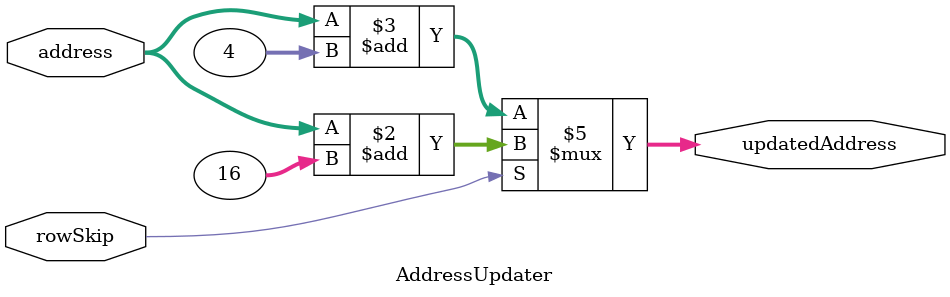
<source format=v>
`timescale 1ns / 1ps


module AddressUpdater(address, rowSkip, updatedAddress);

input [31:0] address;
input rowSkip;

output reg [31:0] updatedAddress;

always @(*) begin
    if(rowSkip)
    updatedAddress <= address + 16;
    else
    updatedAddress <= address + 4;
end


endmodule

</source>
